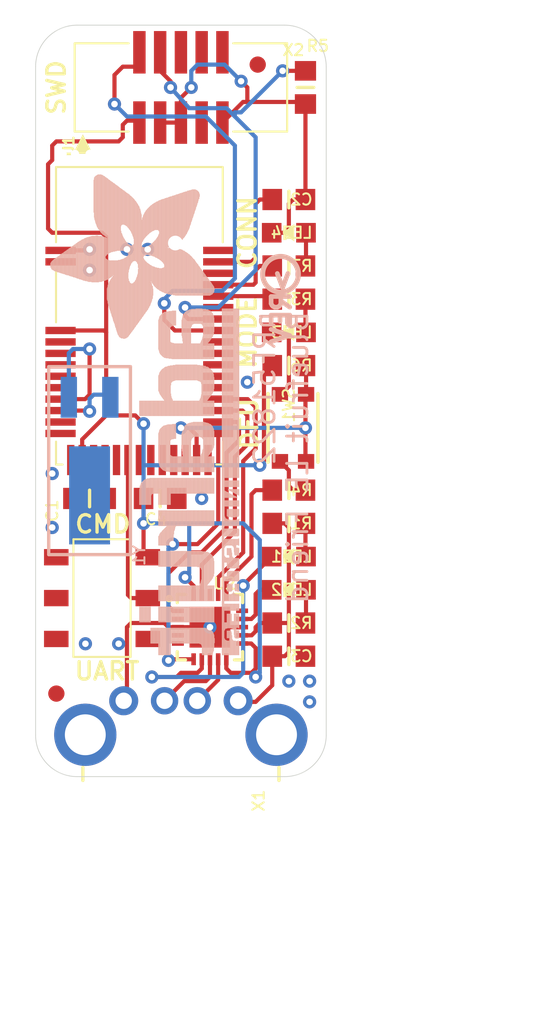
<source format=kicad_pcb>
(kicad_pcb (version 20211014) (generator pcbnew)
  (layers (0 "F.Cu" signal) (31 "B.Cu" signal) (34 "B.Paste" user) (35 "F.Paste" user) (36 "B.SilkS" user "B.Silkscreen") (37 "F.SilkS" user "F.Silkscreen") (38 "B.Mask" user) (39 "F.Mask" user) (44 "Edge.Cuts" user))
  (net 0 "")
  (net 1 "DCC")
  (net 2 "3.3V")
  (net 3 "GND")
  (net 4 "N$2")
  (net 5 "N$3")
  (net 6 "N$1")
  (net 7 "N$4")
  (net 8 "5.0V")
  (net 9 "N$5")
  (net 10 "N$6")
  (net 11 "TXD")
  (net 12 "RTS")
  (net 13 "CTS")
  (net 14 "N$8")
  (net 15 "N$9")
  (net 16 "SWCLK")
  (net 17 "SWDIO")
  (net 18 "RXD")
  (net 19 "MODE")
  (net 20 "N$7")
  (net 21 "N$10")
  (net 22 "BOOTLOADER")
  (net 23 "N$12")
  (net 24 "N$11")
  (net 25 "N$13")
  (net 26 "N$14")
  (footprint "" (layer "F.Cu") (at 156.7561 89.8906)
    (fp_text reference "@HOLE0" hide)
    (fp_text value "" (at 0 0) (layer "F.SilkS") (effects (font (size 1.27 1.27))))
    (pad "" np_thru_hole circle (at 0 0) (size 0.5 0.5) (drill 0.5) (layers *.Cu *.Mask))
  )
  (footprint "" (layer "F.Cu") (at 145.5801 89.8906)
    (fp_text reference "@HOLE17" hide)
    (fp_text value "" (at 0 0) (layer "F.SilkS") (effects (font (size 1.27 1.27))))
    (pad "" np_thru_hole circle (at 0 0) (size 0.5 0.5) (drill 0.5) (layers *.Cu *.Mask))
  )
  (footprint "boardEagle:_0805MP" (layer "F.Cu") (at 147.2311 110.9726)
    (fp_text reference "C4" (at 0.508 1.27) (layer "F.SilkS") (effects (font (size 0.692831 0.692831) (thickness 0.119969)) (justify right)))
    (fp_text value "10uF")
    (pad "1" smd rect (at -1.016 0) (size 1.2 1.3) (layers "F.Cu" "F.Paste" "F.Mask") (net 2 "3.3V"))
    (pad "2" smd rect (at 1.016 0) (size 1.2 1.3) (layers "F.Cu" "F.Paste" "F.Mask") (net 3 "GND"))
  )
  (footprint "" (layer "F.Cu") (at 139.9921 89.8906)
    (fp_text reference "@HOLE11" hide)
    (fp_text value "" (at 0 0) (layer "F.SilkS") (effects (font (size 1.27 1.27))))
    (pad "" np_thru_hole circle (at 0 0) (size 0.5 0.5) (drill 0.5) (layers *.Cu *.Mask))
  )
  (footprint "boardEagle:_0805MP" (layer "F.Cu") (at 155.1051 120.6246)
    (fp_text reference "C3" (at 1.524 0) (layer "F.SilkS") (effects (font (size 0.692831 0.692831) (thickness 0.119969)) (justify left mirror)))
    (fp_text value "10uF")
    (pad "1" smd rect (at -1.016 0) (size 1.2 1.3) (layers "F.Cu" "F.Paste" "F.Mask") (net 8 "5.0V"))
    (pad "2" smd rect (at 1.016 0) (size 1.2 1.3) (layers "F.Cu" "F.Paste" "F.Mask") (net 3 "GND"))
  )
  (footprint "boardEagle:BLE_MODULE_RAYTAC_MDBT40" (layer "F.Cu") (at 145.9611 99.7966)
    (fp_text reference "U1" (at -4.318 -9.652 90) (layer "F.SilkS") (effects (font (size 0.625348 0.625348) (thickness 0.187452)) (justify left)))
    (fp_text value "nrf51822_32KB")
    (pad "" np_thru_hole circle (at 2.2 -4.45) (size 0.9 0.9) (drill 0.9) (layers *.Cu *.Mask))
    (pad "1" smd rect (at -4.825 -4) (size 1.85 0.45) (layers "F.Cu" "F.Paste" "F.Mask") (net 3 "GND"))
    (pad "2" smd rect (at -4.825 -3.3) (size 1.85 0.45) (layers "F.Cu" "F.Paste" "F.Mask") (net 3 "GND"))
    (pad "3" smd rect (at -4.825 0.9) (size 1.85 0.45) (layers "F.Cu" "F.Paste" "F.Mask") (net 2 "3.3V"))
    (pad "4" smd rect (at -4.825 1.6) (size 1.85 0.45) (layers "F.Cu" "F.Paste" "F.Mask"))
    (pad "5" smd rect (at -4.825 2.3) (size 1.85 0.45) (layers "F.Cu" "F.Paste" "F.Mask"))
    (pad "6" smd rect (at -4.825 3) (size 1.85 0.45) (layers "F.Cu" "F.Paste" "F.Mask"))
    (pad "7" smd rect (at -4.825 3.7) (size 1.85 0.45) (layers "F.Cu" "F.Paste" "F.Mask"))
    (pad "8" smd rect (at -4.825 4.4) (size 1.85 0.45) (layers "F.Cu" "F.Paste" "F.Mask"))
    (pad "9" smd rect (at -4.825 5.1) (size 1.85 0.45) (layers "F.Cu" "F.Paste" "F.Mask") (net 25 "N$13"))
    (pad "10" smd rect (at -4.825 5.8) (size 1.85 0.45) (layers "F.Cu" "F.Paste" "F.Mask") (net 26 "N$14"))
    (pad "11" smd rect (at -4.825 6.5) (size 1.85 0.45) (layers "F.Cu" "F.Paste" "F.Mask"))
    (pad "12" smd rect (at -4.825 7.2) (size 1.85 0.45) (layers "F.Cu" "F.Paste" "F.Mask"))
    (pad "13" smd rect (at -4.2 8.825 90) (size 1.85 0.45) (layers "F.Cu" "F.Paste" "F.Mask") (net 3 "GND"))
    (pad "14" smd rect (at -3.5 8.825 90) (size 1.85 0.45) (layers "F.Cu" "F.Paste" "F.Mask") (net 2 "3.3V"))
    (pad "15" smd rect (at -2.8 8.825 90) (size 1.85 0.45) (layers "F.Cu" "F.Paste" "F.Mask") (net 1 "DCC"))
    (pad "16" smd rect (at -2.1 8.825 90) (size 1.85 0.45) (layers "F.Cu" "F.Paste" "F.Mask") (net 3 "GND"))
    (pad "17" smd rect (at -1.4 8.825 90) (size 1.85 0.45) (layers "F.Cu" "F.Paste" "F.Mask"))
    (pad "18" smd rect (at -0.7 8.825 90) (size 1.85 0.45) (layers "F.Cu" "F.Paste" "F.Mask") (net 19 "MODE"))
    (pad "19" smd rect (at 0 8.825 90) (size 1.85 0.45) (layers "F.Cu" "F.Paste" "F.Mask"))
    (pad "20" smd rect (at 0.7 8.825 90) (size 1.85 0.45) (layers "F.Cu" "F.Paste" "F.Mask"))
    (pad "21" smd rect (at 1.4 8.825 90) (size 1.85 0.45) (layers "F.Cu" "F.Paste" "F.Mask"))
    (pad "22" smd rect (at 2.1 8.825 90) (size 1.85 0.45) (layers "F.Cu" "F.Paste" "F.Mask"))
    (pad "23" smd rect (at 2.8 8.825 90) (size 1.85 0.45) (layers "F.Cu" "F.Paste" "F.Mask"))
    (pad "24" smd rect (at 3.5 8.825 90) (size 1.85 0.45) (layers "F.Cu" "F.Paste" "F.Mask") (net 22 "BOOTLOADER"))
    (pad "25" smd rect (at 4.2 8.825 90) (size 1.85 0.45) (layers "F.Cu" "F.Paste" "F.Mask") (net 3 "GND"))
    (pad "26" smd rect (at 4.825 7.2) (size 1.85 0.45) (layers "F.Cu" "F.Paste" "F.Mask") (net 12 "RTS"))
    (pad "27" smd rect (at 4.825 6.5) (size 1.85 0.45) (layers "F.Cu" "F.Paste" "F.Mask") (net 11 "TXD"))
    (pad "28" smd rect (at 4.825 5.8) (size 1.85 0.45) (layers "F.Cu" "F.Paste" "F.Mask") (net 13 "CTS"))
    (pad "29" smd rect (at 4.825 5.1) (size 1.85 0.45) (layers "F.Cu" "F.Paste" "F.Mask") (net 18 "RXD"))
    (pad "30" smd rect (at 4.825 4.4) (size 1.85 0.45) (layers "F.Cu" "F.Paste" "F.Mask"))
    (pad "31" smd rect (at 4.825 3.7) (size 1.85 0.45) (layers "F.Cu" "F.Paste" "F.Mask"))
    (pad "32" smd rect (at 4.825 3) (size 1.85 0.45) (layers "F.Cu" "F.Paste" "F.Mask"))
    (pad "33" smd rect (at 4.825 2.3) (size 1.85 0.45) (layers "F.Cu" "F.Paste" "F.Mask"))
    (pad "34" smd rect (at 4.825 1.6) (size 1.85 0.45) (layers "F.Cu" "F.Paste" "F.Mask"))
    (pad "35" smd rect (at 4.825 0.9) (size 1.85 0.45) (layers "F.Cu" "F.Paste" "F.Mask") (net 17 "SWDIO"))
    (pad "36" smd rect (at 4.825 0.2) (size 1.85 0.45) (layers "F.Cu" "F.Paste" "F.Mask") (net 16 "SWCLK"))
    (pad "37" smd rect (at 4.825 -0.5) (size 1.85 0.45) (layers "F.Cu" "F.Paste" "F.Mask"))
    (pad "38" smd rect (at 4.825 -1.2) (size 1.85 0.45) (layers "F.Cu" "F.Paste" "F.Mask") (net 21 "N$10"))
    (pad "39" smd rect (at 4.825 -1.9) (size 1.85 0.45) (layers "F.Cu" "F.Paste" "F.Mask") (net 24 "N$11"))
    (pad "40" smd rect (at 4.825 -2.6) (size 1.85 0.45) (layers "F.Cu" "F.Paste" "F.Mask"))
    (pad "41" smd rect (at 4.825 -3.3) (size 1.85 0.45) (layers "F.Cu" "F.Paste" "F.Mask") (net 4 "N$2"))
    (pad "42" smd rect (at 4.825 -4) (size 1.85 0.45) (layers "F.Cu" "F.Paste" "F.Mask") (net 3 "GND"))
  )
  (footprint "" (layer "F.Cu") (at 149.1361 89.8906)
    (fp_text reference "@HOLE7" hide)
    (fp_text value "" (at 0 0) (layer "F.SilkS") (effects (font (size 1.27 1.27))))
    (pad "" np_thru_hole circle (at 0 0) (size 0.5 0.5) (drill 0.5) (layers *.Cu *.Mask))
  )
  (footprint "" (layer "F.Cu") (at 147.3581 89.8906)
    (fp_text reference "@HOLE9" hide)
    (fp_text value "" (at 0 0) (layer "F.SilkS") (effects (font (size 1.27 1.27))))
    (pad "" np_thru_hole circle (at 0 0) (size 0.5 0.5) (drill 0.5) (layers *.Cu *.Mask))
  )
  (footprint "boardEagle:_0805MP" (layer "F.Cu") (at 142.9131 110.9726)
    (fp_text reference "C1" (at -2.286 0 90) (layer "F.SilkS") (effects (font (size 0.692831 0.692831) (thickness 0.119969)) (justify right)))
    (fp_text value "1uF")
    (pad "1" smd rect (at -1.016 0) (size 1.2 1.3) (layers "F.Cu" "F.Paste" "F.Mask") (net 2 "3.3V"))
    (pad "2" smd rect (at 1.016 0) (size 1.2 1.3) (layers "F.Cu" "F.Paste" "F.Mask") (net 3 "GND"))
  )
  (footprint "boardEagle:_0805MP" (layer "F.Cu") (at 155.1051 112.4966)
    (fp_text reference "R1" (at 1.524 0) (layer "F.SilkS") (effects (font (size 0.692831 0.692831) (thickness 0.119969)) (justify left mirror)))
    (fp_text value "1K")
    (pad "1" smd rect (at -1.016 0) (size 1.2 1.3) (layers "F.Cu" "F.Paste" "F.Mask") (net 8 "5.0V"))
    (pad "2" smd rect (at 1.016 0) (size 1.2 1.3) (layers "F.Cu" "F.Paste" "F.Mask") (net 7 "N$4"))
  )
  (footprint "boardEagle:FIDUCIAL_1MM" (layer "F.Cu") (at 140.8811 122.9106)
    (fp_text reference "FID2" hide)
    (fp_text value "FIDUCIAL\"\"" hide)
    (pad "1" smd roundrect (at 0 0) (size 1 1) (layers "F.Cu" "F.Mask") (roundrect_rratio 0.5))
  )
  (footprint "" (layer "F.Cu") (at 146.4691 89.8906)
    (fp_text reference "@HOLE10" hide)
    (fp_text value "" (at 0 0) (layer "F.SilkS") (effects (font (size 1.27 1.27))))
    (pad "" np_thru_hole circle (at 0 0) (size 0.5 0.5) (drill 0.5) (layers *.Cu *.Mask))
  )
  (footprint "boardEagle:_0805MP" (layer "F.Cu") (at 155.1051 102.8446)
    (fp_text reference "R6" (at 1.524 0) (layer "F.SilkS") (effects (font (size 0.692831 0.692831) (thickness 0.119969)) (justify left mirror)))
    (fp_text value "10K")
    (pad "1" smd rect (at -1.016 0) (size 1.2 1.3) (layers "F.Cu" "F.Paste" "F.Mask") (net 2 "3.3V"))
    (pad "2" smd rect (at 1.016 0) (size 1.2 1.3) (layers "F.Cu" "F.Paste" "F.Mask") (net 22 "BOOTLOADER"))
  )
  (footprint "boardEagle:2X05_1.27MM_BOX_POSTS" (layer "F.Cu") (at 148.5011 85.8266)
    (fp_text reference "X2" (at 7.62 -2.286) (layer "F.SilkS") (effects (font (size 0.692831 0.692831) (thickness 0.119969)) (justify right)))
    (fp_text value "20317")
    (pad "" np_thru_hole circle (at 1.905 0) (size 1 1) (drill 1) (layers *.Cu *.Mask))
    (pad "" np_thru_hole circle (at -1.905 0) (size 1 1) (drill 1) (layers *.Cu *.Mask))
    (pad "1" smd rect (at -2.54 2.15) (size 0.76 2.6) (layers "F.Cu" "F.Paste" "F.Mask") (net 2 "3.3V"))
    (pad "2" smd rect (at -2.54 -2.15) (size 0.76 2.6) (layers "F.Cu" "F.Paste" "F.Mask") (net 17 "SWDIO"))
    (pad "3" smd rect (at -1.27 2.15) (size 0.76 2.6) (layers "F.Cu" "F.Paste" "F.Mask") (net 3 "GND"))
    (pad "4" smd rect (at -1.27 -2.15) (size 0.76 2.6) (layers "F.Cu" "F.Paste" "F.Mask") (net 16 "SWCLK"))
    (pad "5" smd rect (at 0 2.15) (size 0.76 2.6) (layers "F.Cu" "F.Paste" "F.Mask") (net 3 "GND"))
    (pad "6" smd rect (at 0 -2.15) (size 0.76 2.6) (layers "F.Cu" "F.Paste" "F.Mask"))
    (pad "7" smd rect (at 1.27 2.15) (size 0.76 2.6) (layers "F.Cu" "F.Paste" "F.Mask"))
    (pad "8" smd rect (at 1.27 -2.15) (size 0.76 2.6) (layers "F.Cu" "F.Paste" "F.Mask"))
    (pad "9" smd rect (at 2.54 2.15) (size 0.76 2.6) (layers "F.Cu" "F.Paste" "F.Mask") (net 3 "GND"))
    (pad "10" smd rect (at 2.54 -2.15) (size 0.76 2.6) (layers "F.Cu" "F.Paste" "F.Mask"))
  )
  (footprint "" (layer "F.Cu") (at 142.0241 89.8906)
    (fp_text reference "@HOLE13" hide)
    (fp_text value "" (at 0 0) (layer "F.SilkS") (effects (font (size 1.27 1.27))))
    (pad "" np_thru_hole circle (at 0 0) (size 0.5 0.5) (drill 0.5) (layers *.Cu *.Mask))
  )
  (footprint "" (layer "F.Cu") (at 142.9131 89.8906)
    (fp_text reference "@HOLE14" hide)
    (fp_text value "" (at 0 0) (layer "F.SilkS") (effects (font (size 1.27 1.27))))
    (pad "" np_thru_hole circle (at 0 0) (size 0.5 0.5) (drill 0.5) (layers *.Cu *.Mask))
  )
  (footprint "" (layer "F.Cu") (at 143.8021 89.8906)
    (fp_text reference "@HOLE15" hide)
    (fp_text value "" (at 0 0) (layer "F.SilkS") (effects (font (size 1.27 1.27))))
    (pad "" np_thru_hole circle (at 0 0) (size 0.5 0.5) (drill 0.5) (layers *.Cu *.Mask))
  )
  (footprint "" (layer "F.Cu") (at 151.0411 89.8906)
    (fp_text reference "@HOLE5" hide)
    (fp_text value "" (at 0 0) (layer "F.SilkS") (effects (font (size 1.27 1.27))))
    (pad "" np_thru_hole circle (at 0 0) (size 0.5 0.5) (drill 0.5) (layers *.Cu *.Mask))
  )
  (footprint "" (layer "F.Cu") (at 152.4381 89.8906)
    (fp_text reference "@HOLE4" hide)
    (fp_text value "" (at 0 0) (layer "F.SilkS") (effects (font (size 1.27 1.27))))
    (pad "" np_thru_hole circle (at 0 0) (size 0.5 0.5) (drill 0.5) (layers *.Cu *.Mask))
  )
  (footprint "" (layer "F.Cu") (at 155.4861 89.8906)
    (fp_text reference "@HOLE1" hide)
    (fp_text value "" (at 0 0) (layer "F.SilkS") (effects (font (size 1.27 1.27))))
    (pad "" np_thru_hole circle (at 0 0) (size 0.5 0.5) (drill 0.5) (layers *.Cu *.Mask))
  )
  (footprint "boardEagle:FIDUCIAL_1MM" (layer "F.Cu") (at 153.2001 84.4296)
    (fp_text reference "FID1" hide)
    (fp_text value "FIDUCIAL\"\"" hide)
    (pad "1" smd roundrect (at 0 0) (size 1 1) (layers "F.Cu" "F.Mask") (roundrect_rratio 0.5))
  )
  (footprint "" (layer "F.Cu") (at 150.0251 89.8906)
    (fp_text reference "@HOLE6" hide)
    (fp_text value "" (at 0 0) (layer "F.SilkS") (effects (font (size 1.27 1.27))))
    (pad "" np_thru_hole circle (at 0 0) (size 0.5 0.5) (drill 0.5) (layers *.Cu *.Mask))
  )
  (footprint "boardEagle:_0805MP" (layer "F.Cu") (at 155.1051 118.5926)
    (fp_text reference "R2" (at 1.524 0) (layer "F.SilkS") (effects (font (size 0.692831 0.692831) (thickness 0.119969)) (justify left mirror)))
    (fp_text value "1K")
    (pad "1" smd rect (at -1.016 0) (size 1.2 1.3) (layers "F.Cu" "F.Paste" "F.Mask") (net 8 "5.0V"))
    (pad "2" smd rect (at 1.016 0) (size 1.2 1.3) (layers "F.Cu" "F.Paste" "F.Mask") (net 6 "N$1"))
  )
  (footprint "boardEagle:_0805MP" (layer "F.Cu") (at 155.1051 96.7486 180)
    (fp_text reference "R7" (at -1.524 0) (layer "F.SilkS") (effects (font (size 0.692831 0.692831) (thickness 0.119969)) (justify left mirror)))
    (fp_text value "1K")
    (pad "1" smd rect (at -1.016 0 180) (size 1.2 1.3) (layers "F.Cu" "F.Paste" "F.Mask") (net 23 "N$12"))
    (pad "2" smd rect (at 1.016 0 180) (size 1.2 1.3) (layers "F.Cu" "F.Paste" "F.Mask") (net 24 "N$11"))
  )
  (footprint "boardEagle:BTN_KMR2_4.6X2.8" (layer "F.Cu") (at 155.3591 106.6546 -90)
    (fp_text reference "SW1" (at -0.254 0.254 -270) (layer "F.SilkS") (effects (font (size 0.692831 0.692831) (thickness 0.119969)) (justify right mirror)))
    (fp_text value "KMR2")
    (pad "A" smd rect (at 2.05 -0.8 270) (size 0.9 1) (layers "F.Cu" "F.Paste" "F.Mask") (net 22 "BOOTLOADER"))
    (pad "A'" smd rect (at -2.05 -0.8 270) (size 0.9 1) (layers "F.Cu" "F.Paste" "F.Mask") (net 22 "BOOTLOADER"))
    (pad "B" smd rect (at 2.05 0.8 270) (size 0.9 1) (layers "F.Cu" "F.Paste" "F.Mask") (net 3 "GND"))
    (pad "B'" smd rect (at -2.05 0.8 270) (size 0.9 1) (layers "F.Cu" "F.Paste" "F.Mask") (net 3 "GND"))
  )
  (footprint "" (layer "F.Cu") (at 141.2621 89.8906)
    (fp_text reference "@HOLE12" hide)
    (fp_text value "" (at 0 0) (layer "F.SilkS") (effects (font (size 1.27 1.27))))
    (pad "" np_thru_hole circle (at 0 0) (size 0.5 0.5) (drill 0.5) (layers *.Cu *.Mask))
  )
  (footprint "" (layer "F.Cu") (at 154.5971 89.8906)
    (fp_text reference "@HOLE2" hide)
    (fp_text value "" (at 0 0) (layer "F.SilkS") (effects (font (size 1.27 1.27))))
    (pad "" np_thru_hole circle (at 0 0) (size 0.5 0.5) (drill 0.5) (layers *.Cu *.Mask))
  )
  (footprint "boardEagle:QFN20_4MM" (layer "F.Cu") (at 150.2791 118.8466)
    (fp_text reference "U2" (at 0.127 -2.667) (layer "F.SilkS") (effects (font (size 0.692831 0.692831) (thickness 0.119969)) (justify left)))
    (fp_text value "FT231XQ-x ")
    (pad "P$1" smd rect (at -1.965 -1 90) (size 0.28 0.73) (layers "F.Cu" "F.Paste") (net 11 "TXD"))
    (pad "P$2" smd rect (at -1.965 -0.5 90) (size 0.28 0.73) (layers "F.Cu" "F.Paste"))
    (pad "P$3" smd rect (at -1.965 0 90) (size 0.28 0.73) (layers "F.Cu" "F.Paste") (net 3 "GND"))
    (pad "P$4" smd rect (at -1.965 0.5 90) (size 0.28 0.73) (layers "F.Cu" "F.Paste"))
    (pad "P$5" smd rect (at -1.965 1 90) (size 0.28 0.73) (layers "F.Cu" "F.Paste"))
    (pad "P$6" smd rect (at -1 1.965 180) (size 0.28 0.73) (layers "F.Cu" "F.Paste") (net 12 "RTS"))
    (pad "P$7" smd rect (at -0.5 1.965 180) (size 0.28 0.73) (layers "F.Cu" "F.Paste") (net 9 "N$5"))
    (pad "P$8" smd rect (at 0 1.965 180) (size 0.28 0.73) (layers "F.Cu" "F.Paste") (net 14 "N$8"))
    (pad "P$9" smd rect (at 0.5 1.965 180) (size 0.28 0.73) (layers "F.Cu" "F.Paste") (net 15 "N$9"))
    (pad "P$10" smd rect (at 1 1.965 180) (size 0.28 0.73) (layers "F.Cu" "F.Paste") (net 2 "3.3V"))
    (pad "P$11" smd rect (at 1.965 1 270) (size 0.28 0.73) (layers "F.Cu" "F.Paste") (net 2 "3.3V"))
    (pad "P$12" smd rect (at 1.965 0.5 270) (size 0.28 0.73) (layers "F.Cu" "F.Paste") (net 8 "5.0V"))
    (pad "P$13" smd rect (at 1.965 0 270) (size 0.28 0.73) (layers "F.Cu" "F.Paste") (net 3 "GND"))
    (pad "P$14" smd rect (at 1.965 -0.5 270) (size 0.28 0.73) (layers "F.Cu" "F.Paste") (net 10 "N$6"))
    (pad "P$15" smd rect (at 1.965 -1 270) (size 0.28 0.73) (layers "F.Cu" "F.Paste"))
    (pad "P$16" smd rect (at 1 -1.965) (size 0.28 0.73) (layers "F.Cu" "F.Paste") (net 20 "N$7"))
    (pad "P$17" smd rect (at 0.5 -1.965) (size 0.28 0.73) (layers "F.Cu" "F.Paste") (net 18 "RXD"))
    (pad "P$18" smd rect (at 0 -1.965) (size 0.28 0.73) (layers "F.Cu" "F.Paste"))
    (pad "P$19" smd rect (at -0.5 -1.965) (size 0.28 0.73) (layers "F.Cu" "F.Paste") (net 13 "CTS"))
    (pad "P$20" smd rect (at -1 -1.965) (size 0.28 0.73) (layers "F.Cu" "F.Paste") (net 2 "3.3V"))
    (pad "P$21" smd rect (at 0 0) (size 2.5 2.5) (layers "F.Cu" "F.Mask") (net 3 "GND"))
  )
  (footprint "boardEagle:EG1390" (layer "F.Cu") (at 143.6751 117.0686 -90)
    (fp_text reference "SW2" hide)
    (fp_text value "KMR2")
    (pad "" np_thru_hole circle (at -1.5 0 270) (size 1 1) (drill 1) (layers *.Cu *.Mask))
    (pad "" np_thru_hole circle (at 1.5 0 270) (size 1 1) (drill 1) (layers *.Cu *.Mask))
    (pad "O1" smd rect (at -2.5 -2.8 270) (size 1 1.5) (layers "F.Cu" "F.Paste" "F.Mask") (net 2 "3.3V"))
    (pad "O2" smd rect (at -2.5 2.8 270) (size 1 1.5) (layers "F.Cu" "F.Paste" "F.Mask"))
    (pad "P1" smd rect (at 0 -2.8 270) (size 1 1.5) (layers "F.Cu" "F.Paste" "F.Mask") (net 19 "MODE"))
    (pad "P2" smd rect (at 0 2.8 270) (size 1 1.5) (layers "F.Cu" "F.Paste" "F.Mask"))
    (pad "S1" smd rect (at 2.5 -2.8 270) (size 1 1.5) (layers "F.Cu" "F.Paste" "F.Mask") (net 3 "GND"))
    (pad "S2" smd rect (at 2.5 2.8 270) (size 1 1.5) (layers "F.Cu" "F.Paste" "F.Mask"))
  )
  (footprint "" (layer "F.Cu") (at 148.2471 89.8906)
    (fp_text reference "@HOLE8" hide)
    (fp_text value "" (at 0 0) (layer "F.SilkS") (effects (font (size 1.27 1.27))))
    (pad "" np_thru_hole circle (at 0 0) (size 0.5 0.5) (drill 0.5) (layers *.Cu *.Mask))
  )
  (footprint "boardEagle:CHIPLED_0805_NOOUTLINE" (layer "F.Cu") (at 155.1051 116.5606 90)
    (fp_text reference "LED2" (at 0 1.524 180) (layer "F.SilkS") (effects (font (size 0.692831 0.692831) (thickness 0.119969)) (justify left mirror)))
    (fp_text value "GREEN")
    (pad "A" smd rect (at 0 1.05 90) (size 1.2 1.2) (layers "F.Cu" "F.Paste" "F.Mask") (net 6 "N$1"))
    (pad "C" smd rect (at 0 -1.05 90) (size 1.2 1.2) (layers "F.Cu" "F.Paste" "F.Mask") (net 10 "N$6"))
  )
  (footprint "boardEagle:_0805MP" (layer "F.Cu") (at 156.1211 85.8266 -90)
    (fp_text reference "R5" (at -2.54 0) (layer "F.SilkS") (effects (font (size 0.692831 0.692831) (thickness 0.119969)) (justify left)))
    (fp_text value "10K")
    (pad "1" smd rect (at -1.016 0 270) (size 1.2 1.3) (layers "F.Cu" "F.Paste" "F.Mask") (net 16 "SWCLK"))
    (pad "2" smd rect (at 1.016 0 270) (size 1.2 1.3) (layers "F.Cu" "F.Paste" "F.Mask") (net 3 "GND"))
  )
  (footprint "" (layer "F.Cu") (at 144.6911 89.8906)
    (fp_text reference "@HOLE16" hide)
    (fp_text value "" (at 0 0) (layer "F.SilkS") (effects (font (size 1.27 1.27))))
    (pad "" np_thru_hole circle (at 0 0) (size 0.5 0.5) (drill 0.5) (layers *.Cu *.Mask))
  )
  (footprint "boardEagle:CHIPLED_0805_NOOUTLINE" (layer "F.Cu") (at 155.1051 100.8126 90)
    (fp_text reference "LED3" (at 0 1.524 180) (layer "F.SilkS") (effects (font (size 0.692831 0.692831) (thickness 0.119969)) (justify left mirror)))
    (fp_text value "RED")
    (pad "A" smd rect (at 0 1.05 90) (size 1.2 1.2) (layers "F.Cu" "F.Paste" "F.Mask") (net 5 "N$3"))
    (pad "C" smd rect (at 0 -1.05 90) (size 1.2 1.2) (layers "F.Cu" "F.Paste" "F.Mask") (net 3 "GND"))
  )
  (footprint "boardEagle:USB_A-THM" (layer "F.Cu") (at 148.5011 125.4506 180)
    (fp_text reference "X1" (at -4.75 -3.272 90) (layer "F.SilkS") (effects (font (size 0.692831 0.692831) (thickness 0.119969)) (justify right)))
    (fp_text value "USB A")
    (pad "" np_thru_hole circle (at 2.25 -0.022 180) (size 1.1 1.1) (drill 1.1) (layers *.Cu *.Mask))
    (pad "" np_thru_hole circle (at -2.25 -0.022 180) (size 1.1 1.1) (drill 1.1) (layers *.Cu *.Mask))
    (pad "D+" thru_hole circle (at 1 2.1 90) (size 1.6764 1.6764) (drill 1) (layers *.Cu *.Mask) (net 14 "N$8"))
    (pad "D-" thru_hole circle (at -1 2.1 90) (size 1.6764 1.6764) (drill 1) (layers *.Cu *.Mask) (net 15 "N$9"))
    (pad "GND" thru_hole circle (at 3.5 2.1 180) (size 1.778 1.778) (drill 1) (layers *.Cu *.Mask) (net 3 "GND"))
    (pad "MNT1" thru_hole circle (at -5.85 0.02 180) (size 3.81 3.81) (drill 2.5) (layers *.Cu *.Mask))
    (pad "MNT2" thru_hole circle (at 5.85 0.02 180) (size 3.81 3.81) (drill 2.5) (layers *.Cu *.Mask))
    (pad "VBUS" thru_hole circle (at -3.5 2.1 180) (size 1.778 1.778) (drill 1) (layers *.Cu *.Mask) (net 8 "5.0V"))
  )
  (footprint "boardEagle:_0805MP" (layer "F.Cu") (at 155.1051 110.4646)
    (fp_text reference "R4" (at 1.524 0) (layer "F.SilkS") (effects (font (size 0.692831 0.692831) (thickness 0.119969)) (justify left mirror)))
    (fp_text value "0")
    (pad "1" smd rect (at -1.016 0) (size 1.2 1.3) (layers "F.Cu" "F.Paste" "F.Mask") (net 20 "N$7"))
    (pad "2" smd rect (at 1.016 0) (size 1.2 1.3) (layers "F.Cu" "F.Paste" "F.Mask") (net 3 "GND"))
  )
  (footprint "boardEagle:_0805MP" (layer "F.Cu") (at 155.1051 98.7806 180)
    (fp_text reference "R3" (at -1.524 0) (layer "F.SilkS") (effects (font (size 0.692831 0.692831) (thickness 0.119969)) (justify left mirror)))
    (fp_text value "1K")
    (pad "1" smd rect (at -1.016 0 180) (size 1.2 1.3) (layers "F.Cu" "F.Paste" "F.Mask") (net 5 "N$3"))
    (pad "2" smd rect (at 1.016 0 180) (size 1.2 1.3) (layers "F.Cu" "F.Paste" "F.Mask") (net 21 "N$10"))
  )
  (footprint "boardEagle:CHIPLED_0805_NOOUTLINE" (layer "F.Cu") (at 155.1051 114.5286 90)
    (fp_text reference "LED1" (at 0 1.524 180) (layer "F.SilkS") (effects (font (size 0.692831 0.692831) (thickness 0.119969)) (justify left mirror)))
    (fp_text value "YELLOW")
    (pad "A" smd rect (at 0 1.05 90) (size 1.2 1.2) (layers "F.Cu" "F.Paste" "F.Mask") (net 7 "N$4"))
    (pad "C" smd rect (at 0 -1.05 90) (size 1.2 1.2) (layers "F.Cu" "F.Paste" "F.Mask") (net 9 "N$5"))
  )
  (footprint "" (layer "F.Cu") (at 153.7081 89.8906)
    (fp_text reference "@HOLE3" hide)
    (fp_text value "" (at 0 0) (layer "F.SilkS") (effects (font (size 1.27 1.27))))
    (pad "" np_thru_hole circle (at 0 0) (size 0.5 0.5) (drill 0.5) (layers *.Cu *.Mask))
  )
  (footprint "boardEagle:_0805MP" (layer "F.Cu") (at 155.1051 92.6846)
    (fp_text reference "C2" (at 1.524 0) (layer "F.SilkS") (effects (font (size 0.692831 0.692831) (thickness 0.119969)) (justify left mirror)))
    (fp_text value "1uF")
    (pad "1" smd rect (at -1.016 0) (size 1.2 1.3) (layers "F.Cu" "F.Paste" "F.Mask") (net 4 "N$2"))
    (pad "2" smd rect (at 1.016 0) (size 1.2 1.3) (layers "F.Cu" "F.Paste" "F.Mask") (net 3 "GND"))
  )
  (footprint "boardEagle:CHIPLED_0805_NOOUTLINE" (layer "F.Cu") (at 155.1051 94.7166 90)
    (fp_text reference "LED4" (at 0 1.524 180) (layer "F.SilkS") (effects (font (size 0.692831 0.692831) (thickness 0.119969)) (justify left mirror)))
    (fp_text value "BLUE")
    (pad "A" smd rect (at 0 1.05 90) (size 1.2 1.2) (layers "F.Cu" "F.Paste" "F.Mask") (net 23 "N$12"))
    (pad "C" smd rect (at 0 -1.05 90) (size 1.2 1.2) (layers "F.Cu" "F.Paste" "F.Mask") (net 3 "GND"))
  )
  (footprint "boardEagle:CRYSTAL_CYL_2X6MM_SMT" (layer "B.Cu") (at 142.9131 106.9086 90)
    (fp_text reference "Y1" (at -6.85 3.04 90) (layer "B.SilkS") (effects (font (size 0.692831 0.692831) (thickness 0.119969)) (justify left mirror)))
    (fp_text value "DNC")
    (pad "1" smd rect (at 2.125 1.27 90) (size 2.5 1) (layers "B.Cu" "B.Paste" "B.Mask") (net 26 "N$14"))
    (pad "2" smd rect (at 2.125 -1.27 90) (size 2.5 1) (layers "B.Cu" "B.Paste" "B.Mask") (net 25 "N$13"))
    (pad "CYLINDER" smd rect (at -3.875 0 90) (size 6 2.5) (layers "B.Cu" "B.Paste" "B.Mask"))
  )
  (footprint "boardEagle:PCBFEAT-REV-056" (layer "B.Cu") (at 154.5971 97.2566 -90)
    (fp_text reference "U$27" hide)
    (fp_text value "" hide)
    (fp_text user ">REV" (at -0.5055 -0.7145 90) (layer "B.SilkS") (effects (font (size 1.13792 1.13792) (thickness 0.28448)) (justify left bottom mirror)))
  )
  (footprint "boardEagle:ADAFRUIT_TEXT_30MM" (layer "B.Cu") (at 152.0571 90.9066 -90)
    (fp_text reference "U$22" hide)
    (fp_text value "" hide)
  )
  (gr_arc (start 157.3911 125.4506) (mid 156.647151 127.246651) (end 154.8511 127.9906) (layer "Edge.Cuts") (width 0.05))
  (gr_arc (start 139.6111 84.5566) (mid 140.355049 82.760549) (end 142.1511 82.0166) (layer "Edge.Cuts") (width 0.05))
  (gr_arc (start 142.1511 127.9906) (mid 140.355049 127.246651) (end 139.6111 125.4506) (layer "Edge.Cuts") (width 0.05))
  (gr_line (start 139.6111 84.5566) (end 139.6111 125.4506) (layer "Edge.Cuts") (width 0.05))
  (gr_arc (start 154.8511 82.0166) (mid 156.647151 82.760549) (end 157.3911 84.5566) (layer "Edge.Cuts") (width 0.05))
  (gr_line (start 157.3911 125.4506) (end 157.3911 84.5566) (layer "Edge.Cuts") (width 0.05))
  (gr_line (start 154.8511 82.0166) (end 142.1511 82.0166) (layer "Edge.Cuts") (width 0.05))
  (gr_line (start 142.1511 127.9906) (end 154.8511 127.9906) (layer "Edge.Cuts") (width 0.05))
  (gr_text "nRF51822\nBluefruit LE Friend" (at 156.3751 99.4156 -270) (layer "B.SilkS") (effects (font (size 1.251712 1.251712) (thickness 0.170688)) (justify left bottom mirror)))
  (gr_text "UART" (at 143.9799 121.539) (layer "F.SilkS") (effects (font (size 1.0668 1.0668) (thickness 0.2032))))
  (gr_text "CONN" (at 152.5651 94.7166 90) (layer "F.SilkS") (effects (font (size 1.0668 1.0668) (thickness 0.2032))))
  (gr_text "CMD" (at 143.7259 112.5474) (layer "F.SilkS") (effects (font (size 1.0668 1.0668) (thickness 0.2032))))
  (gr_text "DFU" (at 152.6667 106.4006 90) (layer "F.SilkS") (effects (font (size 1.0668 1.0668) (thickness 0.2032))))
  (gr_text "MODE" (at 152.5651 100.8126 90) (layer "F.SilkS") (effects (font (size 1.0668 1.0668) (thickness 0.2032))))
  (gr_text "SWD" (at 140.8811 85.8266 90) (layer "F.SilkS") (effects (font (size 1.0668 1.0668) (thickness 0.2032))))
  (segment (start 143.8131 100.6966) (end 143.9291 100.8126) (width 0.254) (layer "F.Cu") (net 2))
  (segment (start 143.9291 94.9706) (end 143.6751 94.7166) (width 0.254) (layer "F.Cu") (net 2))
  (segment (start 144.9451 88.1126) (end 145.1991 87.8586) (width 0.254) (layer "F.Cu") (net 2))
  (segment (start 151.5491 121.6406) (end 151.2791 121.3706) (width 0.254) (layer "F.Cu") (net 2))
  (segment (start 140.6271 94.7166) (end 140.3731 94.4626) (width 0.254) (layer "F.Cu") (net 2))
  (segment (start 142.4611 108.6216) (end 142.4611 107.3606) (width 0.254) (layer "F.Cu") (net 2))
  (segment (start 149.2791 116.8816) (end 149.2791 116.3226) (width 0.254) (layer "F.Cu") (net 2))
  (segment (start 144.9451 88.8746) (end 144.9451 88.1126) (width 0.254) (layer "F.Cu") (net 2))
  (segment (start 142.4611 107.3606) (end 143.9291 105.8926) (width 0.254) (layer "F.Cu") (net 2))
  (segment (start 153.5811 108.6866) (end 153.3271 108.9406) (width 0.254) (layer "F.Cu") (net 2))
  (segment (start 144.6911 89.1286) (end 144.9451 88.8746) (width 0.254) (layer "F.Cu") (net 2))
  (segment (start 142.4611 108.6216) (end 142.4611 110.4086) (width 0.254) (layer "F.Cu") (net 2))
  (segment (start 145.8431 87.8586) (end 145.9611 87.9766) (width 0.254) (layer "F.Cu") (net 2))
  (segment (start 140.6271 90.2716) (end 140.6271 89.3826) (width 0.254) (layer "F.Cu") (net 2))
  (segment (start 145.1991 87.8586) (end 145.8431 87.8586) (width 0.254) (layer "F.Cu") (net 2))
  (segment (start 149.2791 116.3226) (end 148.7551 115.7986) (width 0.254) (layer "F.Cu") (net 2))
  (segment (start 154.0891 102.8446) (end 153.5811 103.3526) (width 0.254) (layer "F.Cu") (net 2))
  (segment (start 140.8811 89.1286) (end 144.6911 89.1286) (width 0.254) (layer "F.Cu") (net 2))
  (segment (start 146.2151 112.4966) (end 146.2151 110.9726) (width 0.254) (layer "F.Cu") (net 2))
  (segment (start 152.2441 119.8466) (end 152.8031 119.8466) (width 0.254) (layer "F.Cu") (net 2))
  (segment (start 143.9291 105.8926) (end 143.9291 100.8126) (width 0.254) (layer "F.Cu") (net 2))
  (segment (start 141.1361 100.6966) (end 143.8131 100.6966) (width 0.254) (layer "F.Cu") (net 2))
  (segment (start 151.2791 120.8116) (end 151.2791 121.3706) (width 0.254) (layer "F.Cu") (net 2))
  (segment (start 146.2151 112.4966) (end 146.2151 114.5626) (width 0.254) (layer "F.Cu") (net 2))
  (segment (start 140.3731 90.5256) (end 140.6271 90.2716) (width 0.254) (layer "F.Cu") (net 2))
  (segment (start 145.7071 105.8926) (end 146.2151 106.4006) (width 0.254) (layer "F.Cu") (net 2))
  (segment (start 140.3731 94.4626) (end 140.3731 90.5256) (width 0.254) (layer "F.Cu") (net 2))
  (segment (start 153.0731 121.3866) (end 152.8191 121.6406) (width 0.254) (layer "F.Cu") (net 2))
  (segment (start 142.4611 110.4086) (end 141.8971 110.9726) (width 0.254) (layer "F.Cu") (net 2))
  (segment (start 143.6751 94.7166) (end 140.6271 94.7166) (width 0.254) (layer "F.Cu") (net 2))
  (segment (start 143.9291 105.8926) (end 145.7071 105.8926) (width 0.254) (layer "F.Cu") (net 2))
  (segment (start 146.2151 114.5626) (end 146.4751 114.5686) (width 0.254) (layer "F.Cu") (net 2))
  (segment (start 143.9291 100.8126) (end 143.9291 94.9706) (width 0.254) (layer "F.Cu") (net 2))
  (segment (start 140.6271 89.3826) (end 140.8811 89.1286) (width 0.254) (layer "F.Cu") (net 2))
  (segment (start 153.0731 120.1166) (end 153.0731 121.3866) (width 0.254) (layer "F.Cu") (net 2))
  (segment (start 152.8031 119.8466) (end 153.0731 120.1166) (width 0.254) (layer "F.Cu") (net 2))
  (segment (start 152.8191 121.6406) (end 151.5491 121.6406) (width 0.254) (layer "F.Cu") (net 2))
  (segment (start 152.8191 121.6406) (end 153.0731 121.8946) (width 0.254) (layer "F.Cu") (net 2))
  (segment (start 153.5811 103.3526) (end 153.5811 108.6866) (width 0.254) (layer "F.Cu") (net 2))
  (via (at 146.2151 106.4006) (size 0.8064) (drill 0.4) (layers "F.Cu" "B.Cu") (net 2))
  (via (at 153.0731 121.8946) (size 0.8064) (drill 0.4) (layers "F.Cu" "B.Cu") (net 2))
  (via (at 146.2151 112.4966) (size 0.8064) (drill 0.4) (layers "F.Cu" "B.Cu") (net 2))
  (via (at 148.7551 115.7986) (size 0.8064) (drill 0.4) (layers "F.Cu" "B.Cu") (net 2))
  (via (at 153.3271 108.9406) (size 0.8064) (drill 0.4) (layers "F.Cu" "B.Cu") (net 2))
  (segment (start 153.3271 113.5126) (end 153.3271 121.6406) (width 0.254) (layer "B.Cu") (net 2))
  (segment (start 146.2151 112.4966) (end 149.0091 112.4966) (width 0.254) (layer "B.Cu") (net 2))
  (segment (start 153.3271 108.9406) (end 146.2151 108.9406) (width 0.254) (layer "B.Cu") (net 2))
  (segment (start 149.0091 115.5446) (end 148.7551 115.7986) (width 0.254) (layer "B.Cu") (net 2))
  (segment (start 149.0091 112.4966) (end 152.3111 112.4966) (width 0.254) (layer "B.Cu") (net 2))
  (segment (start 149.0091 112.4966) (end 149.0091 115.5446) (width 0.254) (layer "B.Cu") (net 2))
  (segment (start 153.3271 121.6406) (end 153.0731 121.8946) (width 0.254) (layer "B.Cu") (net 2))
  (segment (start 146.2151 108.9406) (end 146.2151 106.4006) (width 0.254) (layer "B.Cu") (net 2))
  (segment (start 146.2151 108.9406) (end 146.2151 112.4966) (width 0.254) (layer "B.Cu") (net 2))
  (segment (start 152.3111 112.4966) (end 153.3271 113.5126) (width 0.254) (layer "B.Cu") (net 2))
  (segment (start 154.6151 104.6046) (end 155.1051 104.1146) (width 0.254) (layer "F.Cu") (net 3))
  (segment (start 155.1051 94.4626) (end 155.1051 92.9386) (width 0.254) (layer "F.Cu") (net 3))
  (segment (start 154.8511 94.7166) (end 155.1051 94.4626) (width 0.254) (layer "F.Cu") (net 3))
  (segment (start 148.3141 118.8466) (end 147.7391 118.8466) (width 0.254) (layer "F.Cu") (net 3))
  (segment (start 155.1051 104.1146) (end 155.1051 101.0666) (width 0.254) (layer "F.Cu") (net 3))
  (segment (start 148.5011 87.9766) (end 148.5011 86.4616) (width 0.254) (layer "F.Cu") (net 3))
  (segment (start 155.1051 109.2506) (end 154.5591 108.7046) (width 0.254) (layer "F.Cu") (net 3))
  (segment (start 151.0411 87.9766) (end 152.3021 86.7156) (width 0.254) (layer "F.Cu") (net 3))
  (segment (start 147.4851 118.5926) (end 145.4531 118.5926) (width 0.254) (layer "F.Cu") (net 3))
  (segment (start 156.1211 110.4646) (end 155.3591 110.4646) (width 0.254) (layer "F.Cu") (net 3))
  (segment (start 145.4531 118.5926) (end 145.1991 118.8466) (width 0.254) (layer "F.Cu") (net 3))
  (segment (start 156.2481 86.7156) (end 156.3751 86.7156) (width 0.254) (layer "F.Cu") (net 3))
  (segment (start 152.3021 86.7156) (end 152.5651 86.7156) (width 0.254) (layer "F.Cu") (net 3))
  (segment (start 156.1211 86.8426) (end 156.2481 86.7156) (width 0.254) (layer "F.Cu") (net 3))
  (segment (start 155.1051 101.0666) (end 154.8511 100.8126) (width 0.254) (layer "F.Cu") (net 3))
  (segment (start 155.3591 110.4646) (end 155.1051 110.2106) (width 0.254) (layer "F.Cu") (net 3))
  (segment (start 152.5651 85.8266) (end 152.5651 86.7156) (width 0.254) (layer "F.Cu") (net 3))
  (segment (start 152.1841 85.4456) (end 152.5651 85.8266) (width 0.254) (layer "F.Cu") (net 3))
  (segment (start 154.0551 94.7166) (end 154.8511 94.7166) (width 0.254) (layer "F.Cu") (net 3))
  (segment (start 145.1991 122.9106) (end 144.9451 123.1646) (width 0.254) (layer "F.Cu") (net 3))
  (segment (start 154.8511 100.8126) (end 154.0551 100.8126) (width 0.254) (layer "F.Cu") (net 3))
  (segment (start 152.5651 86.7156) (end 156.2481 86.7156) (width 0.254) (layer "F.Cu") (net 3))
  (segment (start 142.8491 95.7966) (end 142.9131 95.7326) (width 0.254) (layer "F.Cu") (net 3))
  (segment (start 147.2311 87.9766) (end 148.5011 87.9766) (width 0.254) (layer "F.Cu") (net 3))
  (segment (start 155.1051 92.9386) (end 155.3591 92.6846) (width 0.254) (layer "F.Cu") (net 3))
  (segment (start 145.1991 118.8466) (end 145.1991 122.9106) (width 0.254) (layer "F.Cu") (net 3))
  (segment (start 148.3141 118.8466) (end 150.2791 118.8466) (width 0.254) (layer "F.Cu") (net 3))
  (segment (start 154.5591 104.6046) (end 154.6151 104.6046) (width 0.254) (layer "F.Cu") (net 3))
  (segment (start 152.2441 118.8466) (end 150.2791 118.8466) (width 0.254) (layer "F.Cu") (net 3))
  (segment (start 141.1361 95.7966) (end 142.8491 95.7966) (width 0.254) (layer "F.Cu") (net 3))
  (segment (start 156.1211 92.6846) (end 156.1211 86.8426) (width 0.254) (layer "F.Cu") (net 3))
  (segment (start 155.3591 92.6846) (end 156.1211 92.6846) (width 0.254) (layer "F.Cu") (net 3))
  (segment (start 155.1051 110.2106) (end 155.1051 109.2506) (width 0.254) (layer "F.Cu") (net 3))
  (segment (start 148.5011 86.4616) (end 149.1361 85.8266) (width 0.254) (layer "F.Cu") (net 3))
  (segment (start 147.7391 118.8466) (end 147.4851 118.5926) (width 0.254) (layer "F.Cu") (net 3))
  (via (at 155.1051 122.1486) (size 0.8064) (drill 0.4) (layers "F.Cu" "B.Cu") (net 3))
  (via (at 150.2791 118.8466) (size 0.8064) (drill 0.4) (layers "F.Cu" "B.Cu") (net 3))
  (via (at 142.9131 95.7326) (size 0.8064) (drill 0.4) (layers "F.Cu" "B.Cu") (net 3))
  (via (at 156.3751 122.1486) (size 0.8064) (drill 0.4) (layers "F.Cu" "B.Cu") (net 3))
  (via (at 146.4691 95.7326) (size 0.8064) (drill 0.4) (layers "F.Cu" "B.Cu") (net 3))
  (via (at 145.1991 95.7326) (size 0.8064) (drill 0.4) (layers "F.Cu" "B.Cu") (net 3))
  (via (at 140.6271 109.4486) (size 0.8064) (drill 0.4) (layers "F.Cu" "B.Cu") (net 3))
  (via (at 149.7711 110.9726) (size 0.8064) (drill 0.4) (layers "F.Cu" "B.Cu") (net 3))
  (via (at 144.6911 119.8626) (size 0.8064) (drill 0.4) (layers "F.Cu" "B.Cu") (net 3))
  (via (at 152.5651 103.8606) (size 0.8064) (drill 0.4) (layers "F.Cu" "B.Cu") (net 3))
  (via (at 152.1841 85.4456) (size 0.8001) (drill 0.3937) (layers "F.Cu" "B.Cu") (net 3))
  (via (at 156.3751 123.4186) (size 0.8064) (drill 0.4) (layers "F.Cu" "B.Cu") (net 3))
  (via (at 149.1361 85.8266) (size 0.8001) (drill 0.3937) (layers "F.Cu" "B.Cu") (net 3))
  (via (at 142.6591 119.8626) (size 0.8064) (drill 0.4) (layers "F.Cu" "B.Cu") (net 3))
  (via (at 142.9131 97.0026) (size 0.8064) (drill 0.4) (layers "F.Cu" "B.Cu") (net 3))
  (via (at 140.6271 112.7506) (size 0.8064) (drill 0.4) (layers "F.Cu" "B.Cu") (net 3))
  (segment (start 151.1681 84.4296) (end 152.1841 85.4456) (width 0.254) (layer "B.Cu") (net 3))
  (segment (start 149.5171 84.4296) (end 151.1681 84.4296) (width 0.254) (layer "B.Cu") (net 3))
  (segment (start 142.9131 95.7326) (end 142.9131 95.9866) (width 0.254) (layer "B.Cu") (net 3))
  (segment (start 149.1361 84.8106) (end 149.5171 84.4296) (width 0.254) (layer "B.Cu") (net 3))
  (segment (start 149.1361 85.8266) (end 149.1361 84.8106) (width 0.254) (layer "B.Cu") (net 3))
  (segment (start 150.7861 96.4966) (end 152.8171 96.4966) (width 0.254) (layer "F.Cu") (net 4))
  (segment (start 153.3271 92.6846) (end 154.0891 92.6846) (width 0.254) (layer "F.Cu") (net 4))
  (segment (start 153.0731 96.2406) (end 153.0731 92.9386) (width 0.254) (layer "F.Cu") (net 4))
  (segment (start 152.8171 96.4966) (end 153.0731 96.2406) (width 0.254) (layer "F.Cu") (net 4))
  (segment (start 153.0731 92.9386) (end 153.3271 92.6846) (width 0.254) (layer "F.Cu") (net 4))
  (segment (start 156.1211 100.7786) (end 156.1551 100.8126) (width 0.254) (layer "F.Cu") (net 5))
  (segment (start 156.1211 98.7806) (end 156.1211 100.7786) (width 0.254) (layer "F.Cu") (net 5))
  (segment (start 156.1551 118.5586) (end 156.1211 118.5926) (width 0.254) (layer "F.Cu") (net 6))
  (segment (start 156.1551 116.5606) (end 156.1551 118.5586) (width 0.254) (layer "F.Cu") (net 6))
  (segment (start 156.1211 114.4946) (end 156.1551 114.5286) (width 0.254) (layer "F.Cu") (net 7))
  (segment (start 156.1211 112.4966) (end 156.1211 114.4946) (width 0.254) (layer "F.Cu") (net 7))
  (segment (start 154.0891 112.4966) (end 154.8511 112.4966) (width 0.254) (layer "F.Cu") (net 8))
  (segment (start 154.0891 122.4026) (end 153.0731 123.4186) (width 0.254) (layer "F.Cu") (net 8))
  (segment (start 152.2441 119.3466) (end 152.8271 119.3466) (width 0.254) (layer "F.Cu") (net 8))
  (segment (start 153.0731 119.1006) (end 153.0731 118.8466) (width 0.254) (layer "F.Cu") (net 8))
  (segment (start 155.1051 112.7506) (end 155.1051 118.5926) (width 0.254) (layer "F.Cu") (net 8))
  (segment (start 154.8511 120.6246) (end 154.0891 120.6246) (width 0.254) (layer "F.Cu") (net 8))
  (segment (start 154.8511 112.4966) (end 155.1051 112.7506) (width 0.254) (layer "F.Cu") (net 8))
  (segment (start 153.3271 118.5926) (end 154.0891 118.5926) (width 0.254) (layer "F.Cu") (net 8))
  (segment (start 154.0891 118.5926) (end 155.1051 118.5926) (width 0.254) (layer "F.Cu") (net 8))
  (segment (start 155.1051 118.5926) (end 155.1051 120.3706) (width 0.254) (layer "F.Cu") (net 8))
  (segment (start 153.0731 118.8466) (end 153.3271 118.5926) (width 0.254) (layer "F.Cu") (net 8))
  (segment (start 152.8271 119.3466) (end 153.0731 119.1006) (width 0.254) (layer "F.Cu") (net 8))
  (segment (start 154.0891 120.6246) (end 154.0891 122.4026) (width 0.254) (layer "F.Cu") (net 8))
  (segment (start 152.0691 123.4186) (end 152.0011 123.3506) (width 0.254) (layer "F.Cu") (net 8))
  (segment (start 155.1051 120.3706) (end 154.8511 120.6246) (width 0.254) (layer "F.Cu") (net 8))
  (segment (start 153.0731 123.4186) (end 152.0691 123.4186) (width 0.254) (layer "F.Cu") (net 8))
  (segment (start 152.3111 116.3066) (end 152.3111 116.2726) (width 0.254) (layer "F.Cu") (net 9))
  (segment (start 149.7791 120.8116) (end 149.7791 121.3786) (width 0.254) (layer "F.Cu") (net 9))
  (segment (start 148.2471 121.8946) (end 146.7231 121.8946) (width 0.254) (layer "F.Cu") (net 9))
  (segment (start 148.5011 121.6406) (end 148.2471 121.8946) (width 0.254) (layer "F.Cu") (net 9))
  (segment (start 149.7791 121.3786) (end 149.5171 121.6406) (width 0.254) (layer "F.Cu") (net 9))
  (segment (start 149.5171 121.6406) (end 148.5011 121.6406) (width 0.254) (layer "F.Cu") (net 9))
  (segment (start 152.3111 116.2726) (end 154.0551 114.5286) (width 0.254) (layer "F.Cu") (net 9))
  (via (at 146.7231 121.8946) (size 0.8064) (drill 0.4) (layers "F.Cu" "B.Cu") (net 9))
  (via (at 152.3111 116.3066) (size 0.8064) (drill 0.4) (layers "F.Cu" "B.Cu") (net 9))
  (segment (start 146.7231 121.8946) (end 152.0571 121.8946) (width 0.254) (layer "B.Cu") (net 9))
  (segment (start 152.0571 121.8946) (end 152.3111 121.6406) (width 0.254) (layer "B.Cu") (net 9))
  (segment (start 152.3111 116.3066) (end 152.3111 116.5606) (width 0.254) (layer "B.Cu") (net 9))
  (segment (start 152.3111 121.6406) (end 152.3111 116.3066) (width 0.254) (layer "B.Cu") (net 9))
  (segment (start 153.3271 116.5606) (end 154.0551 116.5606) (width 0.254) (layer "F.Cu") (net 10))
  (segment (start 153.0731 116.8146) (end 153.3271 116.5606) (width 0.254) (layer "F.Cu") (net 10))
  (segment (start 152.8111 118.3466) (end 153.0731 118.0846) (width 0.254) (layer "F.Cu") (net 10))
  (segment (start 153.0731 118.0846) (end 153.0731 116.8146) (width 0.254) (layer "F.Cu") (net 10))
  (segment (start 152.2441 118.3466) (end 152.8111 118.3466) (width 0.254) (layer "F.Cu") (net 10))
  (segment (start 149.7711 114.2746) (end 151.2951 112.7506) (width 0.254) (layer "F.Cu") (net 11))
  (segment (start 147.7391 117.5766) (end 147.7391 115.5446) (width 0.254) (layer "F.Cu") (net 11))
  (segment (start 151.9531 106.2966) (end 152.0571 106.4006) (width 0.254) (layer "F.Cu") (net 11))
  (segment (start 152.0571 106.4006) (end 152.0571 107.1626) (width 0.254) (layer "F.Cu") (net 11))
  (segment (start 151.2951 109.9566) (end 151.2951 112.7506) (width 0.254) (layer "F.Cu") (net 11))
  (segment (start 147.7391 115.5446) (end 148.3141 114.9696) (width 0.254) (layer "F.Cu") (net 11))
  (segment (start 152.0571 107.4166) (end 151.8031 107.6706) (width 0.254) (layer "F.Cu") (net 11))
  (segment (start 152.0571 107.1626) (end 152.0571 107.4166) (width 0.254) (layer "F.Cu") (net 11))
  (segment (start 149.0091 114.2746) (end 149.7711 114.2746) (width 0.254) (layer "F.Cu") (net 11))
  (segment (start 148.3141 117.8466) (end 148.0091 117.8466) (width 0.254) (layer "F.Cu") (net 11))
  (segment (start 151.2951 108.1786) (end 151.2951 109.9566) (width 0.254) (layer "F.Cu") (net 11))
  (segment (start 150.7861 106.2966) (end 151.9531 106.2966) (width 0.254) (layer "F.Cu") (net 11))
  (segment (start 148.3141 114.9696) (end 149.0091 114.2746) (width 0.254) (layer "F.Cu") (net 11))
  (segment (start 151.8031 107.6706) (end 151.2951 108.1786) (width 0.254) (layer "F.Cu") (net 11))
  (segment (start 148.0091 117.8466) (end 147.7391 117.5766) (width 0.254) (layer "F.Cu") (net 11))
  (segment (start 149.5171 113.7666) (end 147.9931 113.7666) (width 0.254) (layer "F.Cu") (net 12))
  (segment (start 147.8061 120.8116) (end 147.7391 120.8786) (width 0.254) (layer "F.Cu") (net 12))
  (segment (start 150.7861 112.4976) (end 150.5331 112.7506) (width 0.254) (layer "F.Cu") (net 12))
  (segment (start 150.7861 106.9966) (end 150.7861 112.4976) (width 0.254) (layer "F.Cu") (net 12))
  (segment (start 149.2791 120.8116) (end 147.8061 120.8116) (width 0.254) (layer "F.Cu") (net 12))
  (segment (start 150.5331 112.7506) (end 149.5171 113.7666) (width 0.254) (layer "F.Cu") (net 12))
  (via (at 147.9931 113.7666) (size 0.8064) (drill 0.4) (layers "F.Cu" "B.Cu") (net 12))
  (via (at 147.7391 120.8786) (size 0.8064) (drill 0.4) (layers "F.Cu" "B.Cu") (net 12))
  (segment (start 147.7391 120.8786) (end 147.7391 115.0366) (width 0.254) (layer "B.Cu") (net 12))
  (segment (start 147.7391 115.0366) (end 147.7391 114.0206) (width 0.254) (layer "B.Cu") (net 12))
  (segment (start 147.7391 114.0206) (end 147.9931 113.7666) (width 0.254) (layer "B.Cu") (net 12))
  (segment (start 149.7791 116.8816) (end 149.7791 115.0286) (width 0.254) (layer "F.Cu") (net 13))
  (segment (start 151.8031 108.4326) (end 151.8031 109.9566) (width 0.254) (layer "F.Cu") (net 13))
  (segment (start 150.7861 105.5966) (end 152.2691 105.5966) (width 0.254) (layer "F.Cu") (net 13))
  (segment (start 152.2691 105.5966) (end 152.5651 105.8926) (width 0.254) (layer "F.Cu") (net 13))
  (segment (start 152.5651 107.6706) (end 151.8031 108.4326) (width 0.254) (layer "F.Cu") (net 13))
  (segment (start 152.5651 107.1626) (end 152.5651 107.6706) (width 0.254) (layer "F.Cu") (net 13))
  (segment (start 151.8031 109.9566) (end 151.8031 113.0046) (width 0.254) (layer "F.Cu") (net 13))
  (segment (start 149.7791 115.0286) (end 150.0251 114.7826) (width 0.254) (layer "F.Cu") (net 13))
  (segment (start 152.5651 105.8926) (end 152.5651 107.1626) (width 0.254) (layer "F.Cu") (net 13))
  (segment (start 151.8031 113.0046) (end 150.0251 114.7826) (width 0.254) (layer "F.Cu") (net 13))
  (segment (start 150.2791 121.8946) (end 150.0251 122.1486) (width 0.254) (layer "F.Cu") (net 14))
  (segment (start 150.2791 120.8116) (end 150.2791 121.8946) (width 0.254) (layer "F.Cu") (net 14))
  (segment (start 148.7031 122.1486) (end 147.5011 123.3506) (width 0.254) (layer "F.Cu") (net 14))
  (segment (start 150.0251 122.1486) (end 148.7031 122.1486) (width 0.254) (layer "F.Cu") (net 14))
  (segment (start 150.7791 122.0726) (end 149.5011 123.3506) (width 0.254) (layer "F.Cu") (net 15))
  (segment (start 150.7791 120.8116) (end 150.7791 122.0726) (width 0.254) (layer "F.Cu") (net 15))
  (segment (start 156.1211 84.8106) (end 154.8511 84.8106) (width 0.254) (layer "F.Cu") (net 16))
  (segment (start 150.7861 99.9966) (end 148.9551 99.9966) (width 0.254) (layer "F.Cu") (net 16))
  (segment (start 148.7551 99.2886) (end 148.7551 99.7966) (width 0.254) (layer "F.Cu") (net 16))
  (segment (start 147.8661 85.4456) (end 147.8661 85.8266) (width 0.254) (layer "F.Cu") (net 16))
  (segment (start 147.2311 84.8106) (end 147.8661 85.4456) (width 0.254) (layer "F.Cu") (net 16))
  (segment (start 148.9551 99.9966) (end 148.7551 99.7966) (width 0.254) (layer "F.Cu") (net 16))
  (segment (start 154.8511 84.8106) (end 154.7241 84.8106) (width 0.254) (layer "F.Cu") (net 16))
  (segment (start 147.2311 83.6766) (end 147.2311 84.8106) (width 0.254) (layer "F.Cu") (net 16))
  (via (at 154.7241 84.8106) (size 0.8064) (drill 0.4) (layers "F.Cu" "B.Cu") (net 16))
  (via (at 148.7551 99.2886) (size 0.8064) (drill 0.4) (layers "F.Cu" "B.Cu") (net 16))
  (via (at 147.8661 85.8266) (size 0.8064) (drill 0.4) (layers "F.Cu" "B.Cu") (net 16))
  (segment (start 150.7871 99.2886) (end 148.7551 99.2886) (width 0.254) (layer "B.Cu") (net 16))
  (segment (start 147.8661 85.8266) (end 149.0091 87.0966) (width 0.254) (layer "B.Cu") (net 16))
  (segment (start 152.1841 87.3506) (end 154.7241 84.8106) (width 0.254) (layer "B.Cu") (net 16))
  (segment (start 149.0091 87.0966) (end 151.2951 87.0966) (width 0.254) (layer "B.Cu") (net 16))
  (segment (start 151.8031 87.3506) (end 152.1841 87.3506) (width 0.254) (layer "B.Cu") (net 16))
  (segment (start 153.0731 88.8746) (end 151.8031 87.6046) (width 0.254) (layer "B.Cu") (net 16))
  (segment (start 150.7871 99.2886) (end 153.0731 97.0026) (width 0.254) (layer "B.Cu") (net 16))
  (segment (start 153.0731 97.0026) (end 153.0731 88.8746) (width 0.254) (layer "B.Cu") (net 16))
  (segment (start 151.2951 87.0966) (end 151.8031 87.6046) (width 0.254) (layer "B.Cu") (net 16))
  (segment (start 151.8031 87.6046) (end 151.8031 87.3506) (width 0.254) (layer "B.Cu") (net 16))
  (segment (start 145.9611 84.5566) (end 145.9611 83.6766) (width 0.254) (layer "F.Cu") (net 17))
  (segment (start 145.9611 84.5566) (end 144.9451 84.5566) (width 0.254) (layer "F.Cu") (net 17))
  (segment (start 147.4851 100.0506) (end 147.4851 99.0346) (width 0.254) (layer "F.Cu") (net 17))
  (segment (start 144.9451 84.5566) (end 144.4371 85.0646) (width 0.254) (layer "F.Cu") (net 17))
  (segment (start 150.7861 100.6966) (end 148.1311 100.6966) (width 0.254) (layer "F.Cu") (net 17))
  (segment (start 144.4371 85.0646) (end 144.4371 86.8426) (width 0.254) (layer "F.Cu") (net 17))
  (segment (start 148.1311 100.6966) (end 147.4851 100.0506) (width 0.254) (layer "F.Cu") (net 17))
  (via (at 144.4371 86.8426) (size 0.8064) (drill 0.4) (layers "F.Cu" "B.Cu") (net 17))
  (via (at 147.4851 99.0346) (size 0.8064) (drill 0.4) (layers "F.Cu" "B.Cu") (net 17))
  (segment (start 145.1991 87.6046) (end 144.4371 86.8426) (width 0.254) (layer "B.Cu") (net 17))
  (segment (start 147.4851 98.7806) (end 147.9931 98.2726) (width 0.254) (layer "B.Cu") (net 17))
  (segment (start 147.9931 98.2726) (end 151.0411 98.2726) (width 0.254) (layer "B.Cu") (net 17))
  (segment (start 151.0411 98.2726) (end 151.8031 97.5106) (width 0.254) (layer "B.Cu") (net 17))
  (segment (start 150.0251 87.6046) (end 145.1991 87.6046) (width 0.254) (layer "B.Cu") (net 17))
  (segment (start 151.8031 97.5106) (end 151.8031 89.3826) (width 0.254) (layer "B.Cu") (net 17))
  (segment (start 151.8031 89.3826) (end 150.0251 87.6046) (width 0.254) (layer "B.Cu") (net 17))
  (segment (start 147.4851 99.0346) (end 147.4851 98.7806) (width 0.254) (layer "B.Cu") (net 17))
  (segment (start 152.5851 104.8966) (end 153.0731 105.3846) (width 0.254) (layer "F.Cu") (net 18))
  (segment (start 150.7791 115.8066) (end 150.7871 115.7986) (width 0.254) (layer "F.Cu") (net 18))
  (segment (start 152.3111 114.2746) (end 150.7871 115.7986) (width 0.254) (layer "F.Cu") (net 18))
  (segment (start 153.0731 107.9246) (end 152.3111 108.6866) (width 0.254) (layer "F.Cu") (net 18))
  (segment (start 153.0731 105.3846) (end 153.0731 107.1626) (width 0.254) (layer "F.Cu") (net 18))
  (segment (start 152.3111 108.6866) (end 152.3111 109.9566) (width 0.254) (layer "F.Cu") (net 18))
  (segment (start 152.3111 109.9566) (end 152.3111 114.2746) (width 0.254) (layer "F.Cu") (net 18))
  (segment (start 150.7791 116.8816) (end 150.7791 115.8066) (width 0.254) (layer "F.Cu") (net 18))
  (segment (start 150.7861 104.8966) (end 152.5851 104.8966) (width 0.254) (layer "F.Cu") (net 18))
  (segment (start 153.0731 107.1626) (end 153.0731 107.9246) (width 0.254) (layer "F.Cu") (net 18))
  (segment (start 145.2611 108.6216) (end 145.2611 116.8766) (width 0.254) (layer "F.Cu") (net 19))
  (segment (start 145.4531 117.0686) (end 146.4751 117.0686) (width 0.254) (layer "F.Cu") (net 19))
  (segment (start 145.2611 116.8766) (end 145.4531 117.0686) (width 0.254) (layer "F.Cu") (net 19))
  (segment (start 153.0731 110.4646) (end 154.0891 110.4646) (width 0.254) (layer "F.Cu") (net 20))
  (segment (start 152.8191 110.7186) (end 153.0731 110.4646) (width 0.254) (layer "F.Cu") (net 20))
  (segment (start 152.8191 114.5286) (end 152.8191 110.7186) (width 0.254) (layer "F.Cu") (net 20))
  (segment (start 151.2791 116.0686) (end 152.8191 114.5286) (width 0.254) (layer "F.Cu") (net 20))
  (segment (start 151.2791 116.8816) (end 151.2791 116.0686) (width 0.254) (layer "F.Cu") (net 20))
  (segment (start 153.9051 98.5966) (end 154.0891 98.7806) (width 0.254) (layer "F.Cu") (net 21))
  (segment (start 150.7861 98.5966) (end 153.9051 98.5966) (width 0.254) (layer "F.Cu") (net 21))
  (segment (start 149.4611 108.6216) (end 149.4611 107.1066) (width 0.254) (layer "F.Cu") (net 22))
  (segment (start 156.1591 102.8826) (end 156.1211 102.8446) (width 0.254) (layer "F.Cu") (net 22))
  (segment (start 149.4611 107.1066) (end 149.0091 106.6546) (width 0.254) (layer "F.Cu") (net 22))
  (segment (start 156.1211 104.6426) (end 156.1591 104.6046) (width 0.254) (layer "F.Cu") (net 22))
  (segment (start 156.1211 106.6546) (end 156.1211 108.6666) (width 0.254) (layer "F.Cu") (net 22))
  (segment (start 156.1211 108.6666) (end 156.1591 108.7046) (width 0.254) (layer "F.Cu") (net 22))
  (segment (start 156.1591 104.6046) (end 156.1591 102.8826) (width 0.254) (layer "F.Cu") (net 22))
  (segment (start 149.0091 106.6546) (end 148.5011 106.6546) (width 0.254) (layer "F.Cu") (net 22))
  (segment (start 156.1211 106.6546) (end 156.1211 104.6426) (width 0.254) (layer "F.Cu") (net 22))
  (via (at 156.1211 106.6546) (size 0.8064) (drill 0.4) (layers "F.Cu" "B.Cu") (net 22))
  (via (at 148.5011 106.6546) (size 0.8064) (drill 0.4) (layers "F.Cu" "B.Cu") (net 22))
  (segment (start 148.5011 106.6546) (end 156.1211 106.6546) (width 0.254) (layer "B.Cu") (net 22))
  (segment (start 156.1551 94.7166) (end 156.1551 96.7146) (width 0.254) (layer "F.Cu") (net 23))
  (segment (start 156.1551 96.7146) (end 156.1211 96.7486) (width 0.254) (layer "F.Cu") (net 23))
  (segment (start 153.3271 96.7486) (end 154.0891 96.7486) (width 0.254) (layer "F.Cu") (net 24))
  (segment (start 150.7861 97.8966) (end 152.9411 97.8966) (width 0.254) (layer "F.Cu") (net 24))
  (segment (start 153.0731 97.0026) (end 153.3271 96.7486) (width 0.254) (layer "F.Cu") (net 24))
  (segment (start 152.9411 97.8966) (end 153.0731 97.7646) (width 0.254) (layer "F.Cu") (net 24))
  (segment (start 153.0731 97.7646) (end 153.0731 97.0026) (width 0.254) (layer "F.Cu") (net 24))
  (segment (start 141.1361 104.8966) (end 142.6391 104.8966) (width 0.254) (layer "F.Cu") (net 25))
  (segment (start 142.9131 104.6226) (end 142.9131 101.8286) (width 0.254) (layer "F.Cu") (net 25))
  (segment (start 142.6391 104.8966) (end 142.9131 104.6226) (width 0.254) (layer "F.Cu") (net 25))
  (via (at 142.9131 101.8286) (size 0.8064) (drill 0.4) (layers "F.Cu" "B.Cu") (net 25))
  (segment (start 141.8971 101.8286) (end 141.6431 102.0826) (width 0.254) (layer "B.Cu") (net 25))
  (segment (start 141.6431 102.0826) (end 141.6431 104.7836) (width 0.254) (layer "B.Cu") (net 25))
  (segment (start 142.9131 101.8286) (end 141.8971 101.8286) (width 0.254) (layer "B.Cu") (net 25))
  (segment (start 142.6171 105.5966) (end 142.9131 105.6386) (width 0.254) (layer "F.Cu") (net 26))
  (segment (start 141.1361 105.5966) (end 142.6171 105.5966) (width 0.254) (layer "F.Cu") (net 26))
  (via (at 142.9131 105.6386) (size 0.8064) (drill 0.4) (layers "F.Cu" "B.Cu") (net 26))
  (segment (start 142.9131 104.8766) (end 143.1671 104.6226) (width 0.254) (layer "B.Cu") (net 26))
  (segment (start 143.7681 104.6226) (end 144.1831 104.7836) (width 0.254) (layer "B.Cu") (net 26))
  (segment (start 142.9131 105.6386) (end 142.9131 104.8766) (width 0.254) (layer "B.Cu") (net 26))
  (segment (start 143.1671 104.6226) (end 143.7681 104.6226) (width 0.254) (layer "B.Cu") (net 26))
)
</source>
